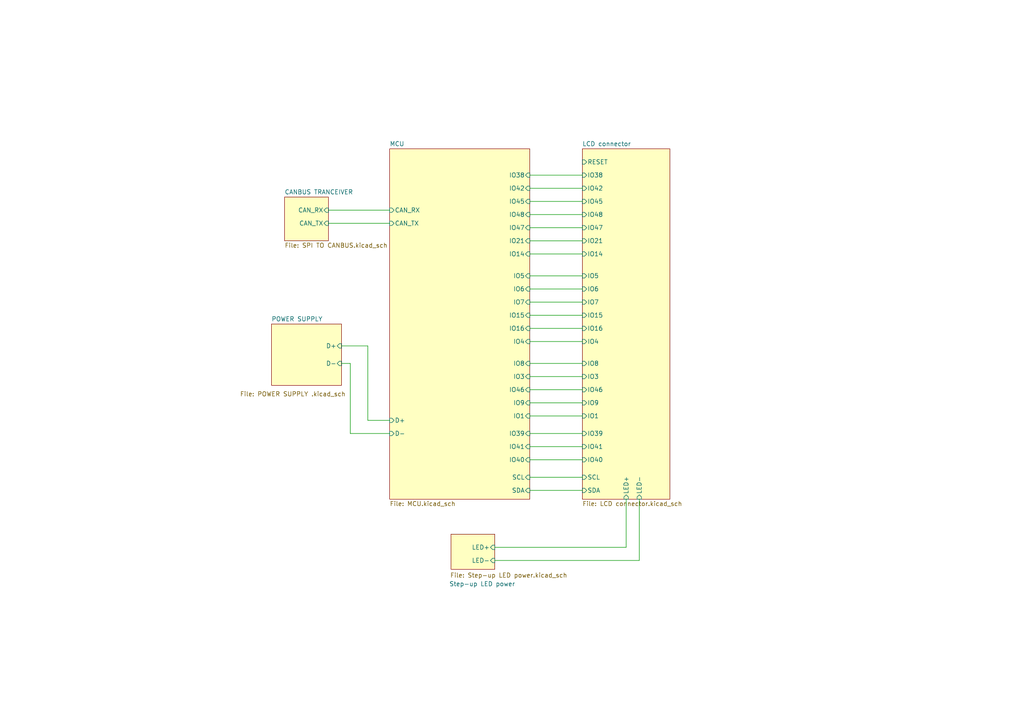
<source format=kicad_sch>
(kicad_sch
	(version 20231120)
	(generator "eeschema")
	(generator_version "8.0")
	(uuid "d2a36e1f-fec3-490e-b886-dde607a861ec")
	(paper "A4")
	(lib_symbols)
	(wire
		(pts
			(xy 185.42 162.56) (xy 185.42 144.78)
		)
		(stroke
			(width 0)
			(type default)
		)
		(uuid "0315131e-e464-4b44-9f66-bcd2a5353095")
	)
	(wire
		(pts
			(xy 153.67 133.35) (xy 168.91 133.35)
		)
		(stroke
			(width 0)
			(type default)
		)
		(uuid "1c4f472a-feea-419b-9a30-560d398e502d")
	)
	(wire
		(pts
			(xy 153.67 116.84) (xy 168.91 116.84)
		)
		(stroke
			(width 0)
			(type default)
		)
		(uuid "1f1b665f-222f-48fa-a1b0-bb59827cd3f7")
	)
	(wire
		(pts
			(xy 153.67 113.03) (xy 168.91 113.03)
		)
		(stroke
			(width 0)
			(type default)
		)
		(uuid "2ef70e87-26f9-4788-bebe-9cccd89f4e36")
	)
	(wire
		(pts
			(xy 153.67 109.22) (xy 168.91 109.22)
		)
		(stroke
			(width 0)
			(type default)
		)
		(uuid "314e15ef-c1e8-4a10-b420-da92febcbd9b")
	)
	(wire
		(pts
			(xy 153.67 129.54) (xy 168.91 129.54)
		)
		(stroke
			(width 0)
			(type default)
		)
		(uuid "3367390e-c1a9-4089-8c63-0d2a21856d4e")
	)
	(wire
		(pts
			(xy 106.68 121.92) (xy 106.68 100.33)
		)
		(stroke
			(width 0)
			(type default)
		)
		(uuid "33b9fcf9-04c2-4d9a-98d0-6a8c0cb8812f")
	)
	(wire
		(pts
			(xy 153.67 120.65) (xy 168.91 120.65)
		)
		(stroke
			(width 0)
			(type default)
		)
		(uuid "352c7baa-795a-42a2-aa06-af0348bb86c6")
	)
	(wire
		(pts
			(xy 153.67 58.42) (xy 168.91 58.42)
		)
		(stroke
			(width 0)
			(type default)
		)
		(uuid "44102065-0f31-475f-84cf-0e487d80adc1")
	)
	(wire
		(pts
			(xy 106.68 100.33) (xy 99.06 100.33)
		)
		(stroke
			(width 0)
			(type default)
		)
		(uuid "45552a8f-1b2e-4a2f-abaf-6e290e63f282")
	)
	(wire
		(pts
			(xy 153.67 54.61) (xy 168.91 54.61)
		)
		(stroke
			(width 0)
			(type default)
		)
		(uuid "47f75e59-b3f1-4a4c-9d61-710b9ce7c0e7")
	)
	(wire
		(pts
			(xy 153.67 66.04) (xy 168.91 66.04)
		)
		(stroke
			(width 0)
			(type default)
		)
		(uuid "5c585ad1-3a3f-4878-afca-7ee4b5213f45")
	)
	(wire
		(pts
			(xy 153.67 80.01) (xy 168.91 80.01)
		)
		(stroke
			(width 0)
			(type default)
		)
		(uuid "5e8a2c70-06ad-449f-9d96-58db08438f18")
	)
	(wire
		(pts
			(xy 153.67 125.73) (xy 168.91 125.73)
		)
		(stroke
			(width 0)
			(type default)
		)
		(uuid "5e9d8aad-afb5-402c-aab7-ad9b15ee24c6")
	)
	(wire
		(pts
			(xy 153.67 99.06) (xy 168.91 99.06)
		)
		(stroke
			(width 0)
			(type default)
		)
		(uuid "6e0087c1-5c53-4c57-ad87-ea8555857398")
	)
	(wire
		(pts
			(xy 153.67 105.41) (xy 168.91 105.41)
		)
		(stroke
			(width 0)
			(type default)
		)
		(uuid "70039c29-beb7-418a-9889-35d7b0f52604")
	)
	(wire
		(pts
			(xy 95.25 64.77) (xy 113.03 64.77)
		)
		(stroke
			(width 0)
			(type default)
		)
		(uuid "70f36504-67fd-491b-aaac-7734c83343f0")
	)
	(wire
		(pts
			(xy 153.67 91.44) (xy 168.91 91.44)
		)
		(stroke
			(width 0)
			(type default)
		)
		(uuid "7e72b642-24d0-43a6-8dda-711c80e47192")
	)
	(wire
		(pts
			(xy 153.67 69.85) (xy 168.91 69.85)
		)
		(stroke
			(width 0)
			(type default)
		)
		(uuid "8052d27e-92de-4d88-becf-3a00a2a54a05")
	)
	(wire
		(pts
			(xy 101.6 125.73) (xy 101.6 105.41)
		)
		(stroke
			(width 0)
			(type default)
		)
		(uuid "838b0d9f-fd92-4f22-b36f-71e0ecdc789e")
	)
	(wire
		(pts
			(xy 153.67 83.82) (xy 168.91 83.82)
		)
		(stroke
			(width 0)
			(type default)
		)
		(uuid "971e9c40-e374-47fd-955e-7cb48968ade1")
	)
	(wire
		(pts
			(xy 101.6 105.41) (xy 99.06 105.41)
		)
		(stroke
			(width 0)
			(type default)
		)
		(uuid "afbcc662-ef40-4428-9fc5-6d771c1b1d8f")
	)
	(wire
		(pts
			(xy 95.25 60.96) (xy 113.03 60.96)
		)
		(stroke
			(width 0)
			(type default)
		)
		(uuid "b0a860c6-7ba6-4a88-b602-9528114a72d3")
	)
	(wire
		(pts
			(xy 153.67 142.24) (xy 168.91 142.24)
		)
		(stroke
			(width 0)
			(type default)
		)
		(uuid "c03646cd-c2bb-4635-8c48-fa74e51bf24b")
	)
	(wire
		(pts
			(xy 153.67 95.25) (xy 168.91 95.25)
		)
		(stroke
			(width 0)
			(type default)
		)
		(uuid "c05afc91-a20c-448d-871a-2e1fe1b202e6")
	)
	(wire
		(pts
			(xy 153.67 50.8) (xy 168.91 50.8)
		)
		(stroke
			(width 0)
			(type default)
		)
		(uuid "c46e68a5-e511-4dd2-b92d-8afc966a8242")
	)
	(wire
		(pts
			(xy 153.67 73.66) (xy 168.91 73.66)
		)
		(stroke
			(width 0)
			(type default)
		)
		(uuid "ccf27f6e-1127-44c4-ba1b-1bbf70bd2772")
	)
	(wire
		(pts
			(xy 153.67 87.63) (xy 168.91 87.63)
		)
		(stroke
			(width 0)
			(type default)
		)
		(uuid "cecae504-800d-423f-a15e-31c67bce0b54")
	)
	(wire
		(pts
			(xy 113.03 121.92) (xy 106.68 121.92)
		)
		(stroke
			(width 0)
			(type default)
		)
		(uuid "cf20bd95-8a7a-4a74-a364-641260d83b21")
	)
	(wire
		(pts
			(xy 143.51 158.75) (xy 181.61 158.75)
		)
		(stroke
			(width 0)
			(type default)
		)
		(uuid "d8f17540-2657-4983-a86b-27f29fe412a1")
	)
	(wire
		(pts
			(xy 153.67 62.23) (xy 168.91 62.23)
		)
		(stroke
			(width 0)
			(type default)
		)
		(uuid "e6978ac1-78d8-4526-ba2b-65339a16c1b9")
	)
	(wire
		(pts
			(xy 153.67 138.43) (xy 168.91 138.43)
		)
		(stroke
			(width 0)
			(type default)
		)
		(uuid "f2c4abf4-2d77-410c-8bb8-39e5c0c1a661")
	)
	(wire
		(pts
			(xy 143.51 162.56) (xy 185.42 162.56)
		)
		(stroke
			(width 0)
			(type default)
		)
		(uuid "f7479972-f803-499e-a7cf-6649ae07090d")
	)
	(wire
		(pts
			(xy 113.03 125.73) (xy 101.6 125.73)
		)
		(stroke
			(width 0)
			(type default)
		)
		(uuid "f7adfde9-9e8a-49f5-9f3f-c15c24a3b32f")
	)
	(wire
		(pts
			(xy 181.61 158.75) (xy 181.61 144.78)
		)
		(stroke
			(width 0)
			(type default)
		)
		(uuid "f86560da-a43e-4f63-b776-3ff7354bc4ef")
	)
	(sheet
		(at 113.03 43.18)
		(size 40.64 101.6)
		(fields_autoplaced yes)
		(stroke
			(width 0.1524)
			(type solid)
		)
		(fill
			(color 255 255 194 1.0000)
		)
		(uuid "0070a5fd-2242-49a9-8515-77361d4f22c9")
		(property "Sheetname" "MCU"
			(at 113.03 42.4684 0)
			(effects
				(font
					(size 1.27 1.27)
				)
				(justify left bottom)
			)
		)
		(property "Sheetfile" "MCU.kicad_sch"
			(at 113.03 145.3646 0)
			(effects
				(font
					(size 1.27 1.27)
				)
				(justify left top)
			)
		)
		(pin "CAN_RX" input
			(at 113.03 60.96 180)
			(effects
				(font
					(size 1.27 1.27)
				)
				(justify left)
			)
			(uuid "1cbb89ab-42f4-41b2-a7ed-3670b168ed3b")
		)
		(pin "CAN_TX" input
			(at 113.03 64.77 180)
			(effects
				(font
					(size 1.27 1.27)
				)
				(justify left)
			)
			(uuid "b7a85697-146b-473f-8943-e47019f5f58a")
		)
		(pin "IO3" input
			(at 153.67 109.22 0)
			(effects
				(font
					(size 1.27 1.27)
				)
				(justify right)
			)
			(uuid "d0a50744-90d0-4743-9610-89fc301f808a")
		)
		(pin "IO1" input
			(at 153.67 120.65 0)
			(effects
				(font
					(size 1.27 1.27)
				)
				(justify right)
			)
			(uuid "eb50793e-e281-4cf3-9574-53ad0fbe69d7")
		)
		(pin "IO4" input
			(at 153.67 99.06 0)
			(effects
				(font
					(size 1.27 1.27)
				)
				(justify right)
			)
			(uuid "ef065f5f-6058-4dcd-8923-c67e08b75c83")
		)
		(pin "IO5" input
			(at 153.67 80.01 0)
			(effects
				(font
					(size 1.27 1.27)
				)
				(justify right)
			)
			(uuid "fa05587a-0ae3-45ea-a897-6c668bdf7690")
		)
		(pin "IO7" input
			(at 153.67 87.63 0)
			(effects
				(font
					(size 1.27 1.27)
				)
				(justify right)
			)
			(uuid "506b0829-74b9-4bf9-937f-2f094a67f086")
		)
		(pin "IO8" input
			(at 153.67 105.41 0)
			(effects
				(font
					(size 1.27 1.27)
				)
				(justify right)
			)
			(uuid "f9f83db4-23d9-4dad-8a92-703d305f5e95")
		)
		(pin "IO9" input
			(at 153.67 116.84 0)
			(effects
				(font
					(size 1.27 1.27)
				)
				(justify right)
			)
			(uuid "d87e4698-d11c-4933-8145-94b6d1c81134")
		)
		(pin "IO6" input
			(at 153.67 83.82 0)
			(effects
				(font
					(size 1.27 1.27)
				)
				(justify right)
			)
			(uuid "283300a9-b639-4480-bd09-d5e4d180e242")
		)
		(pin "IO14" input
			(at 153.67 73.66 0)
			(effects
				(font
					(size 1.27 1.27)
				)
				(justify right)
			)
			(uuid "1ae67267-b44c-48b0-8b63-1df381e56c53")
		)
		(pin "IO16" input
			(at 153.67 95.25 0)
			(effects
				(font
					(size 1.27 1.27)
				)
				(justify right)
			)
			(uuid "2bdb08e4-2242-405c-b064-d49694100250")
		)
		(pin "IO15" input
			(at 153.67 91.44 0)
			(effects
				(font
					(size 1.27 1.27)
				)
				(justify right)
			)
			(uuid "1563c532-ec56-4aaa-be84-33dd5661fef0")
		)
		(pin "IO48" input
			(at 153.67 62.23 0)
			(effects
				(font
					(size 1.27 1.27)
				)
				(justify right)
			)
			(uuid "993aa4fb-a3d0-4f1b-9563-528fc95d3e0b")
		)
		(pin "SCL" input
			(at 153.67 138.43 0)
			(effects
				(font
					(size 1.27 1.27)
				)
				(justify right)
			)
			(uuid "b56626f9-819b-4c71-b608-7cc7c7bc8acf")
		)
		(pin "SDA" input
			(at 153.67 142.24 0)
			(effects
				(font
					(size 1.27 1.27)
				)
				(justify right)
			)
			(uuid "c05f7ae7-203f-47dd-8422-325fb19351ef")
		)
		(pin "D-" input
			(at 113.03 125.73 180)
			(effects
				(font
					(size 1.27 1.27)
				)
				(justify left)
			)
			(uuid "1ba057ba-2186-4455-a183-e28f19e8efbf")
		)
		(pin "IO40" input
			(at 153.67 133.35 0)
			(effects
				(font
					(size 1.27 1.27)
				)
				(justify right)
			)
			(uuid "31e0ab8b-3a14-421b-b16e-6bf064d1b84b")
		)
		(pin "IO21" input
			(at 153.67 69.85 0)
			(effects
				(font
					(size 1.27 1.27)
				)
				(justify right)
			)
			(uuid "f618390e-d472-4c39-a469-e7a633ba0110")
		)
		(pin "IO41" input
			(at 153.67 129.54 0)
			(effects
				(font
					(size 1.27 1.27)
				)
				(justify right)
			)
			(uuid "9f9cf268-0a47-43ea-bef5-85fdb657bc67")
		)
		(pin "IO39" input
			(at 153.67 125.73 0)
			(effects
				(font
					(size 1.27 1.27)
				)
				(justify right)
			)
			(uuid "25bf5cb2-5b93-438a-b79c-36c7eed2bd68")
		)
		(pin "IO38" input
			(at 153.67 50.8 0)
			(effects
				(font
					(size 1.27 1.27)
				)
				(justify right)
			)
			(uuid "e2437d4d-2352-40e1-bb9a-0484e5568387")
		)
		(pin "D+" input
			(at 113.03 121.92 180)
			(effects
				(font
					(size 1.27 1.27)
				)
				(justify left)
			)
			(uuid "89cc4769-e59a-4b72-86bc-09b69d530391")
		)
		(pin "IO42" input
			(at 153.67 54.61 0)
			(effects
				(font
					(size 1.27 1.27)
				)
				(justify right)
			)
			(uuid "64ebebf9-dd38-49b0-ac52-188d958ceded")
		)
		(pin "IO47" input
			(at 153.67 66.04 0)
			(effects
				(font
					(size 1.27 1.27)
				)
				(justify right)
			)
			(uuid "f0b700c5-4870-4f83-9055-cbe43cabfc4f")
		)
		(pin "IO46" input
			(at 153.67 113.03 0)
			(effects
				(font
					(size 1.27 1.27)
				)
				(justify right)
			)
			(uuid "6685d154-6c78-4d69-8282-dab6caf6daa0")
		)
		(pin "IO45" input
			(at 153.67 58.42 0)
			(effects
				(font
					(size 1.27 1.27)
				)
				(justify right)
			)
			(uuid "f351faf1-0a43-42e3-824a-526e09f553ba")
		)
		(instances
			(project "LCD High Revolution"
				(path "/7eaed49e-949c-4b32-bb59-42041e199453/cb3a589e-3872-4cde-9770-3d39d4934022"
					(page "3")
				)
			)
		)
	)
	(sheet
		(at 130.81 154.94)
		(size 12.7 10.16)
		(stroke
			(width 0.1524)
			(type solid)
		)
		(fill
			(color 255 255 194 1.0000)
		)
		(uuid "089e6634-9689-405e-8c32-202e75de400d")
		(property "Sheetname" "Step-up LED power"
			(at 130.302 170.1034 0)
			(effects
				(font
					(size 1.27 1.27)
				)
				(justify left bottom)
			)
		)
		(property "Sheetfile" "Step-up LED power.kicad_sch"
			(at 130.556 166.116 0)
			(effects
				(font
					(size 1.27 1.27)
				)
				(justify left top)
			)
		)
		(pin "LED+" input
			(at 143.51 158.75 0)
			(effects
				(font
					(size 1.27 1.27)
				)
				(justify right)
			)
			(uuid "c96d6fe6-14b7-42b0-b700-5134223e5a18")
		)
		(pin "LED-" input
			(at 143.51 162.56 0)
			(effects
				(font
					(size 1.27 1.27)
				)
				(justify right)
			)
			(uuid "841e9fcf-8ad1-44ab-a04c-db6e5c79ed3a")
		)
		(instances
			(project "LCD High Revolution"
				(path "/7eaed49e-949c-4b32-bb59-42041e199453/cb3a589e-3872-4cde-9770-3d39d4934022"
					(page "6")
				)
			)
		)
	)
	(sheet
		(at 78.74 93.98)
		(size 20.32 17.78)
		(stroke
			(width 0.1524)
			(type solid)
		)
		(fill
			(color 255 255 194 1.0000)
		)
		(uuid "79ecc67d-16d4-4c47-90f7-1d53866eac54")
		(property "Sheetname" "POWER SUPPLY "
			(at 78.74 93.2684 0)
			(effects
				(font
					(size 1.27 1.27)
				)
				(justify left bottom)
			)
		)
		(property "Sheetfile" "POWER SUPPLY .kicad_sch"
			(at 69.596 113.538 0)
			(effects
				(font
					(size 1.27 1.27)
				)
				(justify left top)
			)
		)
		(pin "D-" input
			(at 99.06 105.41 0)
			(effects
				(font
					(size 1.27 1.27)
				)
				(justify right)
			)
			(uuid "70af3a8e-fd55-42b6-abae-50a3cae7cbd9")
		)
		(pin "D+" input
			(at 99.06 100.33 0)
			(effects
				(font
					(size 1.27 1.27)
				)
				(justify right)
			)
			(uuid "cd19336a-8530-40d9-a5d7-ea498461088c")
		)
		(instances
			(project "LCD High Revolution"
				(path "/7eaed49e-949c-4b32-bb59-42041e199453/cb3a589e-3872-4cde-9770-3d39d4934022"
					(page "8")
				)
			)
		)
	)
	(sheet
		(at 82.55 57.15)
		(size 12.7 12.7)
		(fields_autoplaced yes)
		(stroke
			(width 0.1524)
			(type solid)
		)
		(fill
			(color 255 255 194 1.0000)
		)
		(uuid "7b0d8688-cf5a-48d2-a8a1-82d926c7adcf")
		(property "Sheetname" "CANBUS TRANCEIVER"
			(at 82.55 56.4384 0)
			(effects
				(font
					(size 1.27 1.27)
				)
				(justify left bottom)
			)
		)
		(property "Sheetfile" "SPI TO CANBUS.kicad_sch"
			(at 82.55 70.4346 0)
			(effects
				(font
					(size 1.27 1.27)
				)
				(justify left top)
			)
		)
		(pin "CAN_RX" input
			(at 95.25 60.96 0)
			(effects
				(font
					(size 1.27 1.27)
				)
				(justify right)
			)
			(uuid "d4eb4737-0342-4d4b-94da-2b8fc33c92ad")
		)
		(pin "CAN_TX" input
			(at 95.25 64.77 0)
			(effects
				(font
					(size 1.27 1.27)
				)
				(justify right)
			)
			(uuid "0d950268-fa58-455e-88ba-0de18c1eb6c7")
		)
		(instances
			(project "LCD High Revolution"
				(path "/7eaed49e-949c-4b32-bb59-42041e199453/cb3a589e-3872-4cde-9770-3d39d4934022"
					(page "9")
				)
			)
		)
	)
	(sheet
		(at 168.91 43.18)
		(size 25.4 101.6)
		(fields_autoplaced yes)
		(stroke
			(width 0.1524)
			(type solid)
		)
		(fill
			(color 255 255 194 1.0000)
		)
		(uuid "ec7746b0-99da-4438-b1cd-433fb52ab64c")
		(property "Sheetname" "LCD connector"
			(at 168.91 42.4684 0)
			(effects
				(font
					(size 1.27 1.27)
				)
				(justify left bottom)
			)
		)
		(property "Sheetfile" "LCD connector.kicad_sch"
			(at 168.91 145.3646 0)
			(effects
				(font
					(size 1.27 1.27)
				)
				(justify left top)
			)
		)
		(pin "LED+" input
			(at 181.61 144.78 270)
			(effects
				(font
					(size 1.27 1.27)
				)
				(justify left)
			)
			(uuid "f68e17f4-e0e6-4618-9644-8c3eedfc9530")
		)
		(pin "LED-" input
			(at 185.42 144.78 270)
			(effects
				(font
					(size 1.27 1.27)
				)
				(justify left)
			)
			(uuid "754658c5-d164-4384-b28e-4c49819cf8b5")
		)
		(pin "RESET" input
			(at 168.91 46.99 180)
			(effects
				(font
					(size 1.27 1.27)
				)
				(justify left)
			)
			(uuid "e4a238dd-7ccf-452e-98fb-950c08582439")
		)
		(pin "IO38" input
			(at 168.91 50.8 180)
			(effects
				(font
					(size 1.27 1.27)
				)
				(justify left)
			)
			(uuid "aacf45b8-6a79-4012-a107-38f88cfcddcf")
		)
		(pin "IO48" input
			(at 168.91 62.23 180)
			(effects
				(font
					(size 1.27 1.27)
				)
				(justify left)
			)
			(uuid "4b03f06a-6e57-4852-8231-d250ce740511")
		)
		(pin "IO47" input
			(at 168.91 66.04 180)
			(effects
				(font
					(size 1.27 1.27)
				)
				(justify left)
			)
			(uuid "3ec0c16f-dfde-4e3b-9746-363a6c0e8cb7")
		)
		(pin "IO21" input
			(at 168.91 69.85 180)
			(effects
				(font
					(size 1.27 1.27)
				)
				(justify left)
			)
			(uuid "527e3350-4477-4be7-ae5d-f67d87f54af2")
		)
		(pin "IO14" input
			(at 168.91 73.66 180)
			(effects
				(font
					(size 1.27 1.27)
				)
				(justify left)
			)
			(uuid "366c65df-e668-49ac-aea1-20ee360963b1")
		)
		(pin "IO45" input
			(at 168.91 58.42 180)
			(effects
				(font
					(size 1.27 1.27)
				)
				(justify left)
			)
			(uuid "a87a9fd4-be29-45aa-b674-4f6970deb604")
		)
		(pin "IO4" input
			(at 168.91 99.06 180)
			(effects
				(font
					(size 1.27 1.27)
				)
				(justify left)
			)
			(uuid "eb463261-234d-416d-84eb-7cce13798670")
		)
		(pin "IO8" input
			(at 168.91 105.41 180)
			(effects
				(font
					(size 1.27 1.27)
				)
				(justify left)
			)
			(uuid "273b6ec3-86f5-4e9b-8ff8-2922d82e3d6a")
		)
		(pin "IO3" input
			(at 168.91 109.22 180)
			(effects
				(font
					(size 1.27 1.27)
				)
				(justify left)
			)
			(uuid "81d00426-9f49-40dd-b79c-a323d062604f")
		)
		(pin "IO46" input
			(at 168.91 113.03 180)
			(effects
				(font
					(size 1.27 1.27)
				)
				(justify left)
			)
			(uuid "53dd2d23-4395-469a-8500-22c50572246a")
		)
		(pin "IO1" input
			(at 168.91 120.65 180)
			(effects
				(font
					(size 1.27 1.27)
				)
				(justify left)
			)
			(uuid "44a9ed2f-4cd1-4d24-affc-b80a6e50c1d2")
		)
		(pin "IO9" input
			(at 168.91 116.84 180)
			(effects
				(font
					(size 1.27 1.27)
				)
				(justify left)
			)
			(uuid "5cdcde37-2bc4-4ce6-b748-7af202d0463c")
		)
		(pin "IO41" input
			(at 168.91 129.54 180)
			(effects
				(font
					(size 1.27 1.27)
				)
				(justify left)
			)
			(uuid "5cc449dd-5d6c-4fb9-b48f-c0331b7d525f")
		)
		(pin "IO39" input
			(at 168.91 125.73 180)
			(effects
				(font
					(size 1.27 1.27)
				)
				(justify left)
			)
			(uuid "3a2df2e6-0978-4c0b-b32f-89c9efb1ad05")
		)
		(pin "IO40" input
			(at 168.91 133.35 180)
			(effects
				(font
					(size 1.27 1.27)
				)
				(justify left)
			)
			(uuid "a3ca18c5-be4e-48dd-8cb8-475829f7704a")
		)
		(pin "IO42" input
			(at 168.91 54.61 180)
			(effects
				(font
					(size 1.27 1.27)
				)
				(justify left)
			)
			(uuid "fc9db4f2-1569-44e1-a6e8-63771848abfc")
		)
		(pin "IO15" input
			(at 168.91 91.44 180)
			(effects
				(font
					(size 1.27 1.27)
				)
				(justify left)
			)
			(uuid "5f0b447b-5582-4465-84c0-22ad9b208eff")
		)
		(pin "IO5" input
			(at 168.91 80.01 180)
			(effects
				(font
					(size 1.27 1.27)
				)
				(justify left)
			)
			(uuid "df993292-782a-4765-a8ab-b0d90405ac2d")
		)
		(pin "IO6" input
			(at 168.91 83.82 180)
			(effects
				(font
					(size 1.27 1.27)
				)
				(justify left)
			)
			(uuid "99f88583-bf16-4e6a-9620-8a9f2c9e4005")
		)
		(pin "IO7" input
			(at 168.91 87.63 180)
			(effects
				(font
					(size 1.27 1.27)
				)
				(justify left)
			)
			(uuid "00dae7e5-4fe9-429a-83e7-0fbbffc92c0b")
		)
		(pin "IO16" input
			(at 168.91 95.25 180)
			(effects
				(font
					(size 1.27 1.27)
				)
				(justify left)
			)
			(uuid "a40c4032-8c46-4b21-9619-7bb99df528f7")
		)
		(pin "SCL" input
			(at 168.91 138.43 180)
			(effects
				(font
					(size 1.27 1.27)
				)
				(justify left)
			)
			(uuid "bf0f84ef-1557-4b39-936e-b60ee1c1adbf")
		)
		(pin "SDA" input
			(at 168.91 142.24 180)
			(effects
				(font
					(size 1.27 1.27)
				)
				(justify left)
			)
			(uuid "2286968e-cd8d-478a-8197-32273caf3a4b")
		)
		(instances
			(project "LCD High Revolution"
				(path "/7eaed49e-949c-4b32-bb59-42041e199453/cb3a589e-3872-4cde-9770-3d39d4934022"
					(page "4")
				)
			)
		)
	)
)
</source>
